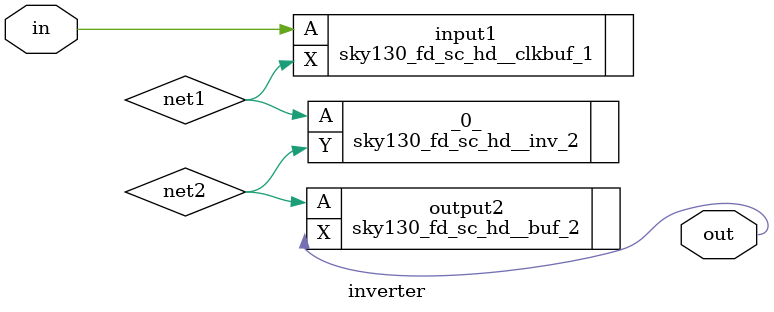
<source format=v>
module inverter (in,
    out);
 input in;
 output out;

 wire net1;
 wire net2;

 sky130_ef_sc_hd__decap_12 FILLER_0_0_15 ();
 sky130_fd_sc_hd__fill_1 FILLER_0_0_27 ();
 sky130_ef_sc_hd__decap_12 FILLER_0_0_29 ();
 sky130_ef_sc_hd__decap_12 FILLER_0_0_3 ();
 sky130_fd_sc_hd__decap_6 FILLER_0_0_41 ();
 sky130_fd_sc_hd__fill_1 FILLER_0_0_47 ();
 sky130_fd_sc_hd__fill_1 FILLER_0_10_11 ();
 sky130_ef_sc_hd__decap_12 FILLER_0_10_15 ();
 sky130_fd_sc_hd__fill_1 FILLER_0_10_27 ();
 sky130_ef_sc_hd__decap_12 FILLER_0_10_29 ();
 sky130_fd_sc_hd__decap_8 FILLER_0_10_3 ();
 sky130_fd_sc_hd__decap_6 FILLER_0_10_41 ();
 sky130_fd_sc_hd__fill_1 FILLER_0_10_47 ();
 sky130_ef_sc_hd__decap_12 FILLER_0_11_15 ();
 sky130_ef_sc_hd__decap_12 FILLER_0_11_27 ();
 sky130_ef_sc_hd__decap_12 FILLER_0_11_3 ();
 sky130_fd_sc_hd__decap_8 FILLER_0_11_39 ();
 sky130_fd_sc_hd__fill_1 FILLER_0_11_47 ();
 sky130_ef_sc_hd__decap_12 FILLER_0_12_15 ();
 sky130_fd_sc_hd__fill_1 FILLER_0_12_27 ();
 sky130_ef_sc_hd__decap_12 FILLER_0_12_29 ();
 sky130_ef_sc_hd__decap_12 FILLER_0_12_3 ();
 sky130_fd_sc_hd__decap_6 FILLER_0_12_41 ();
 sky130_fd_sc_hd__fill_1 FILLER_0_12_47 ();
 sky130_ef_sc_hd__decap_12 FILLER_0_1_15 ();
 sky130_ef_sc_hd__decap_12 FILLER_0_1_27 ();
 sky130_ef_sc_hd__decap_12 FILLER_0_1_3 ();
 sky130_fd_sc_hd__decap_8 FILLER_0_1_39 ();
 sky130_fd_sc_hd__fill_1 FILLER_0_1_47 ();
 sky130_ef_sc_hd__decap_12 FILLER_0_2_15 ();
 sky130_fd_sc_hd__fill_1 FILLER_0_2_27 ();
 sky130_ef_sc_hd__decap_12 FILLER_0_2_29 ();
 sky130_ef_sc_hd__decap_12 FILLER_0_2_3 ();
 sky130_fd_sc_hd__decap_6 FILLER_0_2_41 ();
 sky130_fd_sc_hd__fill_1 FILLER_0_2_47 ();
 sky130_ef_sc_hd__decap_12 FILLER_0_3_15 ();
 sky130_ef_sc_hd__decap_12 FILLER_0_3_27 ();
 sky130_ef_sc_hd__decap_12 FILLER_0_3_3 ();
 sky130_fd_sc_hd__decap_8 FILLER_0_3_39 ();
 sky130_fd_sc_hd__fill_1 FILLER_0_3_47 ();
 sky130_ef_sc_hd__decap_12 FILLER_0_4_15 ();
 sky130_fd_sc_hd__fill_1 FILLER_0_4_27 ();
 sky130_ef_sc_hd__decap_12 FILLER_0_4_29 ();
 sky130_ef_sc_hd__decap_12 FILLER_0_4_3 ();
 sky130_fd_sc_hd__decap_6 FILLER_0_4_41 ();
 sky130_fd_sc_hd__fill_1 FILLER_0_4_47 ();
 sky130_ef_sc_hd__decap_12 FILLER_0_5_15 ();
 sky130_ef_sc_hd__decap_12 FILLER_0_5_27 ();
 sky130_ef_sc_hd__decap_12 FILLER_0_5_3 ();
 sky130_fd_sc_hd__decap_8 FILLER_0_5_39 ();
 sky130_fd_sc_hd__fill_1 FILLER_0_5_47 ();
 sky130_fd_sc_hd__decap_8 FILLER_0_6_18 ();
 sky130_fd_sc_hd__fill_2 FILLER_0_6_26 ();
 sky130_ef_sc_hd__decap_12 FILLER_0_6_29 ();
 sky130_fd_sc_hd__decap_3 FILLER_0_6_41 ();
 sky130_ef_sc_hd__decap_12 FILLER_0_6_6 ();
 sky130_ef_sc_hd__decap_12 FILLER_0_7_15 ();
 sky130_ef_sc_hd__decap_12 FILLER_0_7_27 ();
 sky130_ef_sc_hd__decap_12 FILLER_0_7_3 ();
 sky130_fd_sc_hd__decap_8 FILLER_0_7_39 ();
 sky130_fd_sc_hd__fill_1 FILLER_0_7_47 ();
 sky130_ef_sc_hd__decap_12 FILLER_0_8_15 ();
 sky130_fd_sc_hd__fill_1 FILLER_0_8_27 ();
 sky130_ef_sc_hd__decap_12 FILLER_0_8_29 ();
 sky130_ef_sc_hd__decap_12 FILLER_0_8_3 ();
 sky130_fd_sc_hd__decap_6 FILLER_0_8_41 ();
 sky130_fd_sc_hd__fill_1 FILLER_0_8_47 ();
 sky130_ef_sc_hd__decap_12 FILLER_0_9_15 ();
 sky130_ef_sc_hd__decap_12 FILLER_0_9_27 ();
 sky130_ef_sc_hd__decap_12 FILLER_0_9_3 ();
 sky130_fd_sc_hd__decap_8 FILLER_0_9_39 ();
 sky130_fd_sc_hd__fill_1 FILLER_0_9_47 ();
 sky130_fd_sc_hd__decap_3 PHY_EDGE_ROW_0_Left_13 ();
 sky130_fd_sc_hd__decap_3 PHY_EDGE_ROW_0_Right_0 ();
 sky130_fd_sc_hd__decap_3 PHY_EDGE_ROW_10_Left_23 ();
 sky130_fd_sc_hd__decap_3 PHY_EDGE_ROW_10_Right_10 ();
 sky130_fd_sc_hd__decap_3 PHY_EDGE_ROW_11_Left_24 ();
 sky130_fd_sc_hd__decap_3 PHY_EDGE_ROW_11_Right_11 ();
 sky130_fd_sc_hd__decap_3 PHY_EDGE_ROW_12_Left_25 ();
 sky130_fd_sc_hd__decap_3 PHY_EDGE_ROW_12_Right_12 ();
 sky130_fd_sc_hd__decap_3 PHY_EDGE_ROW_1_Left_14 ();
 sky130_fd_sc_hd__decap_3 PHY_EDGE_ROW_1_Right_1 ();
 sky130_fd_sc_hd__decap_3 PHY_EDGE_ROW_2_Left_15 ();
 sky130_fd_sc_hd__decap_3 PHY_EDGE_ROW_2_Right_2 ();
 sky130_fd_sc_hd__decap_3 PHY_EDGE_ROW_3_Left_16 ();
 sky130_fd_sc_hd__decap_3 PHY_EDGE_ROW_3_Right_3 ();
 sky130_fd_sc_hd__decap_3 PHY_EDGE_ROW_4_Left_17 ();
 sky130_fd_sc_hd__decap_3 PHY_EDGE_ROW_4_Right_4 ();
 sky130_fd_sc_hd__decap_3 PHY_EDGE_ROW_5_Left_18 ();
 sky130_fd_sc_hd__decap_3 PHY_EDGE_ROW_5_Right_5 ();
 sky130_fd_sc_hd__decap_3 PHY_EDGE_ROW_6_Left_19 ();
 sky130_fd_sc_hd__decap_3 PHY_EDGE_ROW_6_Right_6 ();
 sky130_fd_sc_hd__decap_3 PHY_EDGE_ROW_7_Left_20 ();
 sky130_fd_sc_hd__decap_3 PHY_EDGE_ROW_7_Right_7 ();
 sky130_fd_sc_hd__decap_3 PHY_EDGE_ROW_8_Left_21 ();
 sky130_fd_sc_hd__decap_3 PHY_EDGE_ROW_8_Right_8 ();
 sky130_fd_sc_hd__decap_3 PHY_EDGE_ROW_9_Left_22 ();
 sky130_fd_sc_hd__decap_3 PHY_EDGE_ROW_9_Right_9 ();
 sky130_fd_sc_hd__tapvpwrvgnd_1 TAP_TAPCELL_ROW_0_26 ();
 sky130_fd_sc_hd__tapvpwrvgnd_1 TAP_TAPCELL_ROW_10_31 ();
 sky130_fd_sc_hd__tapvpwrvgnd_1 TAP_TAPCELL_ROW_12_32 ();
 sky130_fd_sc_hd__tapvpwrvgnd_1 TAP_TAPCELL_ROW_2_27 ();
 sky130_fd_sc_hd__tapvpwrvgnd_1 TAP_TAPCELL_ROW_4_28 ();
 sky130_fd_sc_hd__tapvpwrvgnd_1 TAP_TAPCELL_ROW_6_29 ();
 sky130_fd_sc_hd__tapvpwrvgnd_1 TAP_TAPCELL_ROW_8_30 ();
 sky130_fd_sc_hd__inv_2 _0_ (.A(net1),
    .Y(net2));
 sky130_fd_sc_hd__clkbuf_1 input1 (.A(in),
    .X(net1));
 sky130_fd_sc_hd__buf_2 output2 (.A(net2),
    .X(out));
endmodule


</source>
